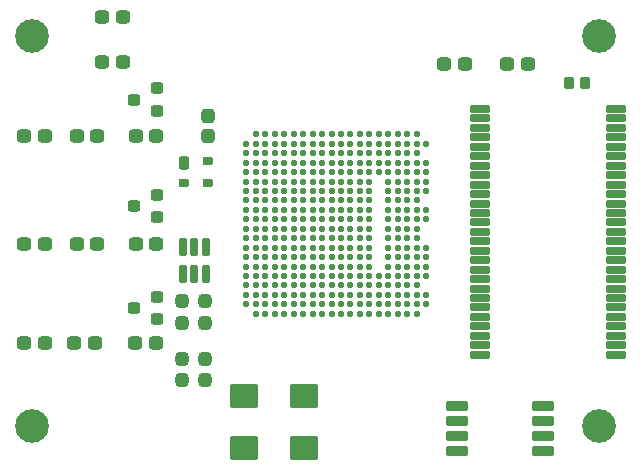
<source format=gbr>
%TF.GenerationSoftware,KiCad,Pcbnew,8.0.1*%
%TF.CreationDate,2024-12-16T22:11:14-05:00*%
%TF.ProjectId,cm,636d2e6b-6963-4616-945f-706362585858,rev?*%
%TF.SameCoordinates,Original*%
%TF.FileFunction,Soldermask,Top*%
%TF.FilePolarity,Negative*%
%FSLAX46Y46*%
G04 Gerber Fmt 4.6, Leading zero omitted, Abs format (unit mm)*
G04 Created by KiCad (PCBNEW 8.0.1) date 2024-12-16 22:11:14*
%MOMM*%
%LPD*%
G01*
G04 APERTURE LIST*
G04 Aperture macros list*
%AMRoundRect*
0 Rectangle with rounded corners*
0 $1 Rounding radius*
0 $2 $3 $4 $5 $6 $7 $8 $9 X,Y pos of 4 corners*
0 Add a 4 corners polygon primitive as box body*
4,1,4,$2,$3,$4,$5,$6,$7,$8,$9,$2,$3,0*
0 Add four circle primitives for the rounded corners*
1,1,$1+$1,$2,$3*
1,1,$1+$1,$4,$5*
1,1,$1+$1,$6,$7*
1,1,$1+$1,$8,$9*
0 Add four rect primitives between the rounded corners*
20,1,$1+$1,$2,$3,$4,$5,0*
20,1,$1+$1,$4,$5,$6,$7,0*
20,1,$1+$1,$6,$7,$8,$9,0*
20,1,$1+$1,$8,$9,$2,$3,0*%
G04 Aperture macros list end*
%ADD10RoundRect,0.238100X0.288100X0.238100X-0.288100X0.238100X-0.288100X-0.238100X0.288100X-0.238100X0*%
%ADD11RoundRect,0.275600X0.325600X0.275600X-0.325600X0.275600X-0.325600X-0.275600X0.325600X-0.275600X0*%
%ADD12C,2.852400*%
%ADD13C,0.550000*%
%ADD14RoundRect,0.275600X0.275600X-0.338100X0.275600X0.338100X-0.275600X0.338100X-0.275600X-0.338100X0*%
%ADD15RoundRect,0.098000X0.809000X0.294000X-0.809000X0.294000X-0.809000X-0.294000X0.809000X-0.294000X0*%
%ADD16RoundRect,0.188100X-0.188100X0.550600X-0.188100X-0.550600X0.188100X-0.550600X0.188100X0.550600X0*%
%ADD17RoundRect,0.275600X-0.325600X-0.275600X0.325600X-0.275600X0.325600X0.275600X-0.325600X0.275600X0*%
%ADD18RoundRect,0.076200X-1.100000X-0.900000X1.100000X-0.900000X1.100000X0.900000X-1.100000X0.900000X0*%
%ADD19RoundRect,0.213100X-0.213100X-0.363100X0.213100X-0.363100X0.213100X0.363100X-0.213100X0.363100X0*%
%ADD20RoundRect,0.188100X-0.238100X-0.188100X0.238100X-0.188100X0.238100X0.188100X-0.238100X0.188100X0*%
%ADD21RoundRect,0.275600X0.275600X-0.288100X0.275600X0.288100X-0.275600X0.288100X-0.275600X-0.288100X0*%
%ADD22RoundRect,0.076200X0.755000X0.229000X-0.755000X0.229000X-0.755000X-0.229000X0.755000X-0.229000X0*%
%ADD23RoundRect,0.275600X-0.275600X0.288100X-0.275600X-0.288100X0.275600X-0.288100X0.275600X0.288100X0*%
%ADD24RoundRect,0.076200X0.330200X0.419100X-0.330200X0.419100X-0.330200X-0.419100X0.330200X-0.419100X0*%
G04 APERTURE END LIST*
D10*
%TO.C,Q1*%
X103971600Y-69098200D03*
X103971600Y-67198200D03*
X101971600Y-68148200D03*
%TD*%
D11*
%TO.C,D2*%
X98905000Y-80340200D03*
X97155000Y-80340200D03*
%TD*%
D12*
%TO.C,H3*%
X93370128Y-95780000D03*
%TD*%
D11*
%TO.C,D1*%
X98905000Y-71247000D03*
X97155000Y-71247000D03*
%TD*%
%TO.C,R16*%
X101027200Y-61188600D03*
X99277200Y-61188600D03*
%TD*%
%TO.C,D6*%
X130022600Y-65125600D03*
X128272600Y-65125600D03*
%TD*%
D12*
%TO.C,H2*%
X141375036Y-62790128D03*
%TD*%
D11*
%TO.C,D3*%
X98665000Y-88722200D03*
X96915000Y-88722200D03*
%TD*%
D13*
%TO.C,U9*%
X111520000Y-85490000D03*
X111520000Y-84690000D03*
X111520000Y-83890000D03*
X111520000Y-83090000D03*
X111520000Y-82290000D03*
X111520000Y-81490000D03*
X111520000Y-80690000D03*
X111520000Y-79890000D03*
X111520000Y-79090000D03*
X111520000Y-78290000D03*
X111520000Y-77490000D03*
X111520000Y-76690000D03*
X111520000Y-75890000D03*
X111520000Y-75090000D03*
X111520000Y-74290000D03*
X111520000Y-73490000D03*
X111520000Y-72690000D03*
X111520000Y-71890000D03*
X112320000Y-86290000D03*
X112320000Y-85490000D03*
X112320000Y-84690000D03*
X112320000Y-83890000D03*
X112320000Y-83090000D03*
X112320000Y-82290000D03*
X112320000Y-81490000D03*
X112320000Y-80690000D03*
X112320000Y-79890000D03*
X112320000Y-79090000D03*
X112320000Y-78290000D03*
X112320000Y-77490000D03*
X112320000Y-76690000D03*
X112320000Y-75890000D03*
X112320000Y-75090000D03*
X112320000Y-74290000D03*
X112320000Y-73490000D03*
X112320000Y-72690000D03*
X112320000Y-71890000D03*
X112320000Y-71090000D03*
X113120000Y-86290000D03*
X113120000Y-85490000D03*
X113120000Y-84690000D03*
X113120000Y-83890000D03*
X113120000Y-83090000D03*
X113120000Y-82290000D03*
X113120000Y-81490000D03*
X113120000Y-80690000D03*
X113120000Y-79890000D03*
X113120000Y-79090000D03*
X113120000Y-78290000D03*
X113120000Y-77490000D03*
X113120000Y-76690000D03*
X113120000Y-75890000D03*
X113120000Y-75090000D03*
X113120000Y-74290000D03*
X113120000Y-73490000D03*
X113120000Y-72690000D03*
X113120000Y-71890000D03*
X113120000Y-71090000D03*
X113920000Y-86290000D03*
X113920000Y-85490000D03*
X113920000Y-84690000D03*
X113920000Y-83890000D03*
X113920000Y-83090000D03*
X113920000Y-82290000D03*
X113920000Y-81490000D03*
X113920000Y-80690000D03*
X113920000Y-79890000D03*
X113920000Y-79090000D03*
X113920000Y-78290000D03*
X113920000Y-77490000D03*
X113920000Y-76690000D03*
X113920000Y-75890000D03*
X113920000Y-75090000D03*
X113920000Y-74290000D03*
X113920000Y-73490000D03*
X113920000Y-72690000D03*
X113920000Y-71890000D03*
X113920000Y-71090000D03*
X114720000Y-86290000D03*
X114720000Y-85490000D03*
X114720000Y-84690000D03*
X114720000Y-83890000D03*
X114720000Y-83090000D03*
X114720000Y-82290000D03*
X114720000Y-81490000D03*
X114720000Y-80690000D03*
X114720000Y-79890000D03*
X114720000Y-79090000D03*
X114720000Y-78290000D03*
X114720000Y-77490000D03*
X114720000Y-76690000D03*
X114720000Y-75890000D03*
X114720000Y-75090000D03*
X114720000Y-74290000D03*
X114720000Y-73490000D03*
X114720000Y-72690000D03*
X114720000Y-71890000D03*
X114720000Y-71090000D03*
X115520000Y-86290000D03*
X115520000Y-85490000D03*
X115520000Y-84690000D03*
X115520000Y-83890000D03*
X115520000Y-83090000D03*
X115520000Y-82290000D03*
X115520000Y-81490000D03*
X115520000Y-80690000D03*
X115520000Y-79890000D03*
X115520000Y-79090000D03*
X115520000Y-78290000D03*
X115520000Y-77490000D03*
X115520000Y-76690000D03*
X115520000Y-75890000D03*
X115520000Y-75090000D03*
X115520000Y-74290000D03*
X115520000Y-73490000D03*
X115520000Y-72690000D03*
X115520000Y-71890000D03*
X115520000Y-71090000D03*
X116320000Y-86290000D03*
X116320000Y-85490000D03*
X116320000Y-84690000D03*
X116320000Y-83890000D03*
X116320000Y-83090000D03*
X116320000Y-82290000D03*
X116320000Y-81490000D03*
X116320000Y-80690000D03*
X116320000Y-79890000D03*
X116320000Y-79090000D03*
X116320000Y-78290000D03*
X116320000Y-77490000D03*
X116320000Y-76690000D03*
X116320000Y-75890000D03*
X116320000Y-75090000D03*
X116320000Y-74290000D03*
X116320000Y-73490000D03*
X116320000Y-72690000D03*
X116320000Y-71890000D03*
X116320000Y-71090000D03*
X117120000Y-86290000D03*
X117120000Y-85490000D03*
X117120000Y-84690000D03*
X117120000Y-83890000D03*
X117120000Y-83090000D03*
X117120000Y-82290000D03*
X117120000Y-81490000D03*
X117120000Y-80690000D03*
X117120000Y-79890000D03*
X117120000Y-79090000D03*
X117120000Y-78290000D03*
X117120000Y-77490000D03*
X117120000Y-76690000D03*
X117120000Y-75890000D03*
X117120000Y-75090000D03*
X117120000Y-74290000D03*
X117120000Y-73490000D03*
X117120000Y-72690000D03*
X117120000Y-71890000D03*
X117120000Y-71090000D03*
X117920000Y-86290000D03*
X117920000Y-85490000D03*
X117920000Y-84690000D03*
X117920000Y-83890000D03*
X117920000Y-83090000D03*
X117920000Y-82290000D03*
X117920000Y-81490000D03*
X117920000Y-80690000D03*
X117920000Y-79890000D03*
X117920000Y-79090000D03*
X117920000Y-78290000D03*
X117920000Y-77490000D03*
X117920000Y-76690000D03*
X117920000Y-75890000D03*
X117920000Y-75090000D03*
X117920000Y-74290000D03*
X117920000Y-73490000D03*
X117920000Y-72690000D03*
X117920000Y-71890000D03*
X117920000Y-71090000D03*
X118720000Y-86290000D03*
X118720000Y-85490000D03*
X118720000Y-84690000D03*
X118720000Y-83890000D03*
X118720000Y-83090000D03*
X118720000Y-82290000D03*
X118720000Y-81490000D03*
X118720000Y-80690000D03*
X118720000Y-79890000D03*
X118720000Y-79090000D03*
X118720000Y-78290000D03*
X118720000Y-77490000D03*
X118720000Y-76690000D03*
X118720000Y-75890000D03*
X118720000Y-75090000D03*
X118720000Y-74290000D03*
X118720000Y-73490000D03*
X118720000Y-72690000D03*
X118720000Y-71890000D03*
X118720000Y-71090000D03*
X119520000Y-86290000D03*
X119520000Y-85490000D03*
X119520000Y-84690000D03*
X119520000Y-83890000D03*
X119520000Y-83090000D03*
X119520000Y-82290000D03*
X119520000Y-81490000D03*
X119520000Y-80690000D03*
X119520000Y-79890000D03*
X119520000Y-79090000D03*
X119520000Y-78290000D03*
X119520000Y-77490000D03*
X119520000Y-76690000D03*
X119520000Y-75890000D03*
X119520000Y-75090000D03*
X119520000Y-74290000D03*
X119520000Y-73490000D03*
X119520000Y-72690000D03*
X119520000Y-71890000D03*
X119520000Y-71090000D03*
X120320000Y-86290000D03*
X120320000Y-85490000D03*
X120320000Y-84690000D03*
X120320000Y-83890000D03*
X120320000Y-83090000D03*
X120320000Y-82290000D03*
X120320000Y-81490000D03*
X120320000Y-80690000D03*
X120320000Y-79890000D03*
X120320000Y-79090000D03*
X120320000Y-78290000D03*
X120320000Y-77490000D03*
X120320000Y-76690000D03*
X120320000Y-75890000D03*
X120320000Y-75090000D03*
X120320000Y-74290000D03*
X120320000Y-73490000D03*
X120320000Y-72690000D03*
X120320000Y-71890000D03*
X120320000Y-71090000D03*
X121120000Y-86290000D03*
X121120000Y-85490000D03*
X121120000Y-84690000D03*
X121120000Y-83890000D03*
X121120000Y-83090000D03*
X121120000Y-82290000D03*
X121120000Y-81490000D03*
X121120000Y-80690000D03*
X121120000Y-79890000D03*
X121120000Y-79090000D03*
X121120000Y-78290000D03*
X121120000Y-77490000D03*
X121120000Y-76690000D03*
X121120000Y-75890000D03*
X121120000Y-75090000D03*
X121120000Y-74290000D03*
X121120000Y-73490000D03*
X121120000Y-72690000D03*
X121120000Y-71890000D03*
X121120000Y-71090000D03*
X121920000Y-86290000D03*
X121920000Y-85490000D03*
X121920000Y-84690000D03*
X121920000Y-83890000D03*
X121920000Y-83090000D03*
X121920000Y-82290000D03*
X121920000Y-81490000D03*
X121920000Y-80690000D03*
X121920000Y-79890000D03*
X121920000Y-79090000D03*
X121920000Y-78290000D03*
X121920000Y-77490000D03*
X121920000Y-76690000D03*
X121920000Y-75890000D03*
X121920000Y-75090000D03*
X121920000Y-74290000D03*
X121920000Y-73490000D03*
X121920000Y-72690000D03*
X121920000Y-71890000D03*
X121920000Y-71090000D03*
X122720000Y-86290000D03*
X122720000Y-85490000D03*
X122720000Y-84690000D03*
X122720000Y-83890000D03*
X122720000Y-83090000D03*
X122720000Y-74290000D03*
X122720000Y-73490000D03*
X122720000Y-72690000D03*
X122720000Y-71890000D03*
X122720000Y-71090000D03*
X123520000Y-86290000D03*
X123520000Y-85490000D03*
X123520000Y-84690000D03*
X123520000Y-83890000D03*
X123520000Y-83090000D03*
X123520000Y-82290000D03*
X123520000Y-81490000D03*
X123520000Y-80690000D03*
X123520000Y-79890000D03*
X123520000Y-79090000D03*
X123520000Y-78290000D03*
X123520000Y-77490000D03*
X123520000Y-76690000D03*
X123520000Y-75890000D03*
X123520000Y-75090000D03*
X123520000Y-74290000D03*
X123520000Y-73490000D03*
X123520000Y-72690000D03*
X123520000Y-71890000D03*
X123520000Y-71090000D03*
X124320000Y-86290000D03*
X124320000Y-85490000D03*
X124320000Y-84690000D03*
X124320000Y-83890000D03*
X124320000Y-83090000D03*
X124320000Y-82290000D03*
X124320000Y-81490000D03*
X124320000Y-80690000D03*
X124320000Y-79890000D03*
X124320000Y-79090000D03*
X124320000Y-78290000D03*
X124320000Y-77490000D03*
X124320000Y-76690000D03*
X124320000Y-75890000D03*
X124320000Y-75090000D03*
X124320000Y-74290000D03*
X124320000Y-73490000D03*
X124320000Y-72690000D03*
X124320000Y-71890000D03*
X124320000Y-71090000D03*
X125120000Y-86290000D03*
X125120000Y-85490000D03*
X125120000Y-84690000D03*
X125120000Y-83890000D03*
X125120000Y-83090000D03*
X125120000Y-82290000D03*
X125120000Y-81490000D03*
X125120000Y-80690000D03*
X125120000Y-79890000D03*
X125120000Y-79090000D03*
X125120000Y-78290000D03*
X125120000Y-77490000D03*
X125120000Y-76690000D03*
X125120000Y-75890000D03*
X125120000Y-75090000D03*
X125120000Y-74290000D03*
X125120000Y-73490000D03*
X125120000Y-72690000D03*
X125120000Y-71890000D03*
X125120000Y-71090000D03*
X125920000Y-86290000D03*
X125920000Y-85490000D03*
X125920000Y-84690000D03*
X125920000Y-83890000D03*
X125920000Y-83090000D03*
X125920000Y-82290000D03*
X125920000Y-81490000D03*
X125920000Y-80690000D03*
X125920000Y-79890000D03*
X125920000Y-79090000D03*
X125920000Y-78290000D03*
X125920000Y-77490000D03*
X125920000Y-76690000D03*
X125920000Y-75890000D03*
X125920000Y-75090000D03*
X125920000Y-74290000D03*
X125920000Y-73490000D03*
X125920000Y-72690000D03*
X125920000Y-71890000D03*
X125920000Y-71090000D03*
X126720000Y-85490000D03*
X126720000Y-84690000D03*
X126720000Y-83090000D03*
X126720000Y-82290000D03*
X126720000Y-81490000D03*
X126720000Y-80690000D03*
X126720000Y-78290000D03*
X126720000Y-77490000D03*
X126720000Y-75890000D03*
X126720000Y-75090000D03*
X126720000Y-74290000D03*
X126720000Y-73490000D03*
X126720000Y-71890000D03*
%TD*%
D14*
%TO.C,C11*%
X108229400Y-71271300D03*
X108229400Y-69546300D03*
%TD*%
D11*
%TO.C,R10*%
X94434600Y-80340200D03*
X92684600Y-80340200D03*
%TD*%
D15*
%TO.C,U11*%
X136590000Y-97870000D03*
X136590000Y-96600000D03*
X136590000Y-95330000D03*
X136590000Y-94060000D03*
X129380000Y-94060000D03*
X129380000Y-95330000D03*
X129380000Y-96600000D03*
X129380000Y-97870000D03*
%TD*%
D10*
%TO.C,Q3*%
X103971600Y-86751200D03*
X103971600Y-84851200D03*
X101971600Y-85801200D03*
%TD*%
D16*
%TO.C,U8*%
X108061800Y-80599700D03*
X107111800Y-80599700D03*
X106161800Y-80599700D03*
X106161800Y-82874700D03*
X107111800Y-82874700D03*
X108061800Y-82874700D03*
%TD*%
D17*
%TO.C,D4*%
X99277200Y-64947800D03*
X101027200Y-64947800D03*
%TD*%
D12*
%TO.C,H4*%
X141369872Y-95780000D03*
%TD*%
D18*
%TO.C,Y1*%
X111277400Y-97668800D03*
X116357400Y-97668800D03*
X116357400Y-93268800D03*
X111277400Y-93268800D03*
%TD*%
D11*
%TO.C,R9*%
X103886000Y-80340200D03*
X102136000Y-80340200D03*
%TD*%
%TO.C,R14*%
X103846600Y-88722200D03*
X102096600Y-88722200D03*
%TD*%
D19*
%TO.C,U7*%
X106264200Y-73545000D03*
D20*
X106264200Y-75245000D03*
X108264200Y-75245000D03*
X108264200Y-73345000D03*
%TD*%
D17*
%TO.C,D5*%
X133567200Y-65125600D03*
X135317200Y-65125600D03*
%TD*%
D11*
%TO.C,R4*%
X103886000Y-71247000D03*
X102136000Y-71247000D03*
%TD*%
D21*
%TO.C,R18*%
X108026200Y-91920700D03*
X108026200Y-90095700D03*
%TD*%
D10*
%TO.C,Q2*%
X103971600Y-78115200D03*
X103971600Y-76215200D03*
X101971600Y-77165200D03*
%TD*%
D22*
%TO.C,U10*%
X142808400Y-89749600D03*
X142808400Y-88949600D03*
X142808400Y-88149600D03*
X142808400Y-87349600D03*
X142808400Y-86549600D03*
X142808400Y-85749600D03*
X142808400Y-84949600D03*
X142808400Y-84149600D03*
X142808400Y-83349600D03*
X142808400Y-82549600D03*
X142808400Y-81749600D03*
X142808400Y-80949600D03*
X142808400Y-80149600D03*
X142808400Y-79349600D03*
X142808400Y-78549600D03*
X142808400Y-77749600D03*
X142808400Y-76949600D03*
X142808400Y-76149600D03*
X142808400Y-75349600D03*
X142808400Y-74549600D03*
X142808400Y-73749600D03*
X142808400Y-72949600D03*
X142808400Y-72149600D03*
X142808400Y-71349600D03*
X142808400Y-70549600D03*
X142808400Y-69749600D03*
X142808400Y-68949600D03*
X131308400Y-68949600D03*
X131308400Y-69749600D03*
X131308400Y-70549600D03*
X131308400Y-71349600D03*
X131308400Y-72149600D03*
X131308400Y-72949600D03*
X131308400Y-73749600D03*
X131308400Y-74549600D03*
X131308400Y-75349600D03*
X131308400Y-76149600D03*
X131308400Y-76949600D03*
X131308400Y-77749600D03*
X131308400Y-78549600D03*
X131308400Y-79349600D03*
X131308400Y-80149600D03*
X131308400Y-80949600D03*
X131308400Y-81749600D03*
X131308400Y-82549600D03*
X131308400Y-83349600D03*
X131308400Y-84149600D03*
X131308400Y-84949600D03*
X131308400Y-85749600D03*
X131308400Y-86549600D03*
X131308400Y-87349600D03*
X131308400Y-88149600D03*
X131308400Y-88949600D03*
X131308400Y-89749600D03*
%TD*%
D11*
%TO.C,R15*%
X94434600Y-88722200D03*
X92684600Y-88722200D03*
%TD*%
D23*
%TO.C,R17*%
X106019600Y-90095700D03*
X106019600Y-91920700D03*
%TD*%
D21*
%TO.C,R19*%
X108026200Y-87043900D03*
X108026200Y-85218900D03*
%TD*%
D12*
%TO.C,H1*%
X93370000Y-62790128D03*
%TD*%
D11*
%TO.C,R5*%
X94434600Y-71247000D03*
X92684600Y-71247000D03*
%TD*%
D24*
%TO.C,C17*%
X140195300Y-66725800D03*
X138849100Y-66725800D03*
%TD*%
D21*
%TO.C,R20*%
X106019600Y-87043900D03*
X106019600Y-85218900D03*
%TD*%
M02*

</source>
